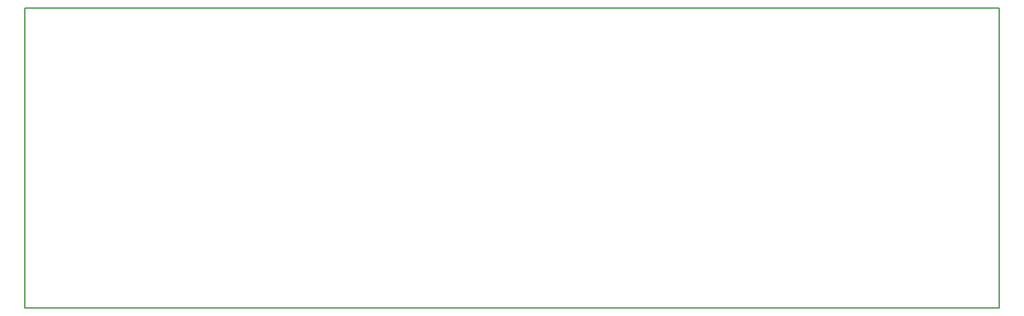
<source format=gbr>
G04 #@! TF.FileFunction,Profile,NP*
%FSLAX46Y46*%
G04 Gerber Fmt 4.6, Leading zero omitted, Abs format (unit mm)*
G04 Created by KiCad (PCBNEW 4.0.7) date 06/14/18 22:28:00*
%MOMM*%
%LPD*%
G01*
G04 APERTURE LIST*
%ADD10C,0.100000*%
%ADD11C,0.150000*%
G04 APERTURE END LIST*
D10*
D11*
X25000000Y-164000000D02*
X25000000Y-123000000D01*
X158000000Y-164000000D02*
X25000000Y-164000000D01*
X158000000Y-123000000D02*
X158000000Y-164000000D01*
X25000000Y-123000000D02*
X158000000Y-123000000D01*
M02*

</source>
